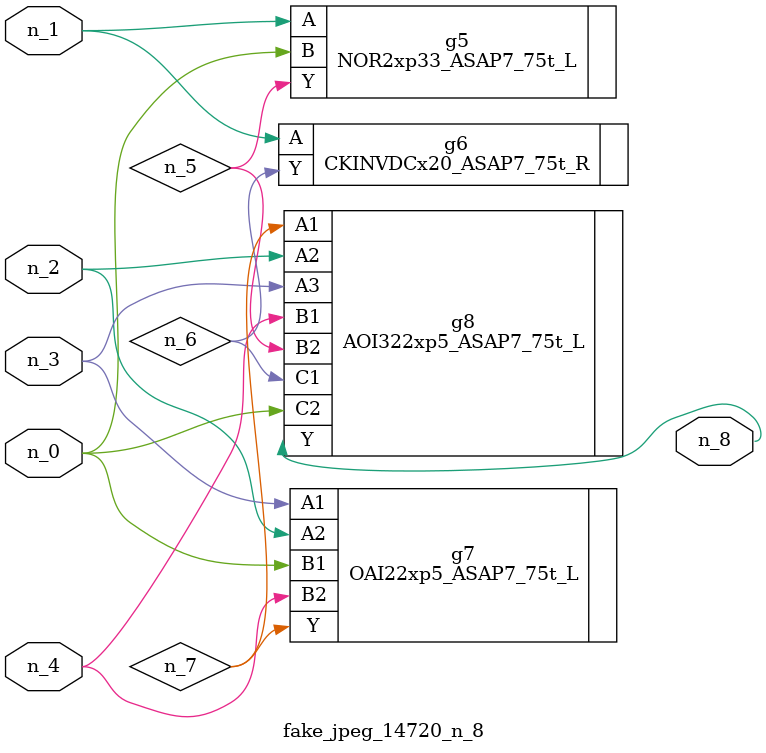
<source format=v>
module fake_jpeg_14720_n_8 (n_3, n_2, n_1, n_0, n_4, n_8);

input n_3;
input n_2;
input n_1;
input n_0;
input n_4;

output n_8;

wire n_6;
wire n_5;
wire n_7;

NOR2xp33_ASAP7_75t_L g5 ( 
.A(n_1),
.B(n_0),
.Y(n_5)
);

CKINVDCx20_ASAP7_75t_R g6 ( 
.A(n_1),
.Y(n_6)
);

OAI22xp5_ASAP7_75t_L g7 ( 
.A1(n_3),
.A2(n_2),
.B1(n_0),
.B2(n_4),
.Y(n_7)
);

AOI322xp5_ASAP7_75t_L g8 ( 
.A1(n_7),
.A2(n_2),
.A3(n_3),
.B1(n_4),
.B2(n_5),
.C1(n_6),
.C2(n_0),
.Y(n_8)
);


endmodule
</source>
